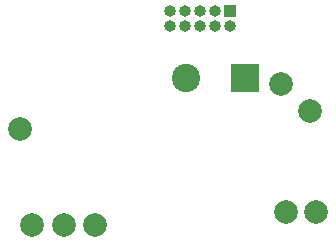
<source format=gbr>
%TF.GenerationSoftware,KiCad,Pcbnew,(5.99.0-2195-g476558ece)*%
%TF.CreationDate,2021-12-21T14:22:00-08:00*%
%TF.ProjectId,wwu_pico1,7777755f-7069-4636-9f31-2e6b69636164,rev?*%
%TF.SameCoordinates,Original*%
%TF.FileFunction,Soldermask,Bot*%
%TF.FilePolarity,Negative*%
%FSLAX46Y46*%
G04 Gerber Fmt 4.6, Leading zero omitted, Abs format (unit mm)*
G04 Created by KiCad (PCBNEW (5.99.0-2195-g476558ece)) date 2021-12-21 14:22:00*
%MOMM*%
%LPD*%
G01*
G04 APERTURE LIST*
%ADD10C,1.998980*%
%ADD11R,1.000000X1.000000*%
%ADD12O,1.000000X1.000000*%
%ADD13R,2.400000X2.400000*%
%ADD14C,2.400000*%
G04 APERTURE END LIST*
D10*
%TO.C,J7*%
X127300000Y-86600000D03*
%TD*%
%TO.C,J6*%
X124600000Y-86600000D03*
%TD*%
%TO.C,J5*%
X143400000Y-85500000D03*
%TD*%
%TO.C,J4*%
X121900000Y-86600000D03*
%TD*%
%TO.C,J3*%
X146000000Y-85500000D03*
%TD*%
%TO.C,J2*%
X120900000Y-78400000D03*
%TD*%
D11*
%TO.C,J1*%
X138694134Y-68471908D03*
D12*
X138694134Y-69741908D03*
X137424134Y-68471908D03*
X137424134Y-69741908D03*
X136154134Y-68471908D03*
X136154134Y-69741908D03*
X134884134Y-68471908D03*
X134884134Y-69741908D03*
X133614134Y-68471908D03*
X133614134Y-69741908D03*
%TD*%
D10*
%TO.C,H2*%
X145500000Y-76900000D03*
%TD*%
%TO.C,H1*%
X143000000Y-74600000D03*
%TD*%
D13*
%TO.C,C4*%
X140000000Y-74100000D03*
D14*
X135000000Y-74100000D03*
%TD*%
M02*

</source>
